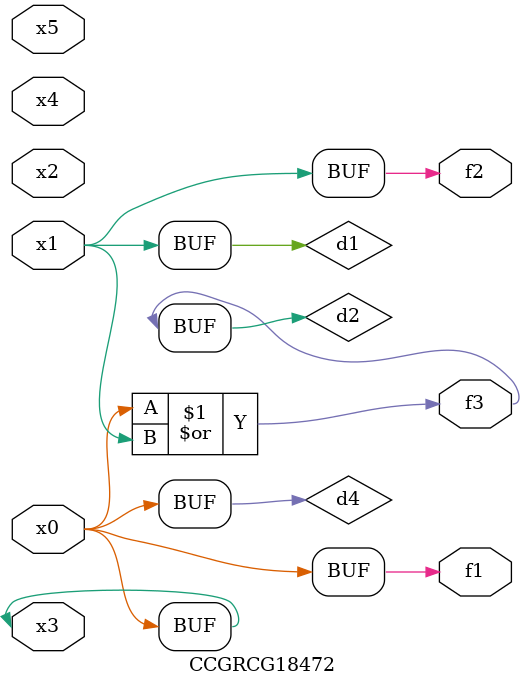
<source format=v>
module CCGRCG18472(
	input x0, x1, x2, x3, x4, x5,
	output f1, f2, f3
);

	wire d1, d2, d3, d4;

	and (d1, x1);
	or (d2, x0, x1);
	nand (d3, x0, x5);
	buf (d4, x0, x3);
	assign f1 = d4;
	assign f2 = d1;
	assign f3 = d2;
endmodule

</source>
